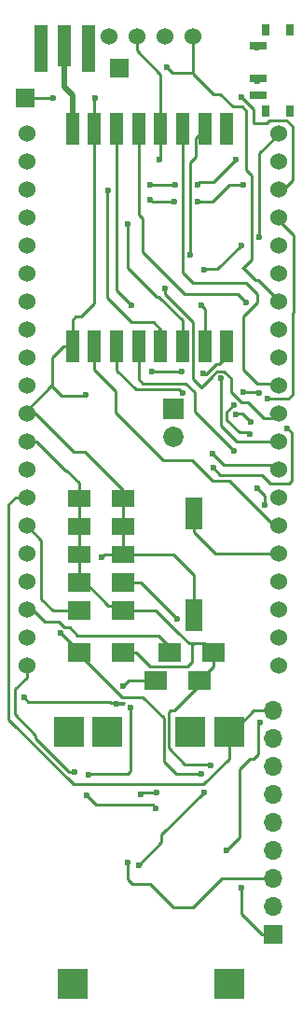
<source format=gbr>
G04 #@! TF.FileFunction,Copper,L2,Bot,Signal*
%FSLAX46Y46*%
G04 Gerber Fmt 4.6, Leading zero omitted, Abs format (unit mm)*
G04 Created by KiCad (PCBNEW 4.0.4-stable) date 06/30/17 00:29:43*
%MOMM*%
%LPD*%
G01*
G04 APERTURE LIST*
%ADD10C,0.100000*%
%ADD11R,1.270000X4.191000*%
%ADD12R,1.270000X3.683000*%
%ADD13R,2.000000X1.600000*%
%ADD14C,1.524000*%
%ADD15R,1.850000X1.850000*%
%ADD16C,1.850000*%
%ADD17R,2.000000X1.700000*%
%ADD18R,1.500000X0.700000*%
%ADD19R,0.800000X1.000000*%
%ADD20R,2.800000X2.800000*%
%ADD21R,1.200000X3.000000*%
%ADD22R,1.524000X3.000000*%
%ADD23R,1.700000X1.700000*%
%ADD24O,1.700000X1.700000*%
%ADD25C,0.600000*%
%ADD26C,0.250000*%
%ADD27C,0.500000*%
G04 APERTURE END LIST*
D10*
D11*
X56781700Y-49339500D03*
X61074300Y-49339500D03*
D12*
X58928000Y-49085500D03*
D13*
X60230000Y-90170000D03*
X64230000Y-90170000D03*
X60230000Y-95250000D03*
X64230000Y-95250000D03*
X60230000Y-92710000D03*
X64230000Y-92710000D03*
D14*
X62992000Y-48260000D03*
X65532000Y-48260000D03*
X68072000Y-48260000D03*
X70612000Y-48260000D03*
D15*
X68834000Y-82042000D03*
D16*
X68834000Y-84542000D03*
D17*
X64230000Y-100330000D03*
X60230000Y-100330000D03*
X60230000Y-97790000D03*
X64230000Y-97790000D03*
X71215000Y-106680000D03*
X67215000Y-106680000D03*
X64230000Y-104140000D03*
X60230000Y-104140000D03*
X72485000Y-104140000D03*
X68485000Y-104140000D03*
D18*
X76548000Y-49058000D03*
X76548000Y-52058000D03*
X76548000Y-53558000D03*
D19*
X79408000Y-47658000D03*
X79408000Y-54958000D03*
X77198000Y-54958000D03*
X77198000Y-47658000D03*
D14*
X55499000Y-57023000D03*
X55499000Y-59563000D03*
X55499000Y-62103000D03*
X55499000Y-64643000D03*
X55499000Y-67183000D03*
X55499000Y-69723000D03*
X55499000Y-72263000D03*
X55499000Y-74803000D03*
X55499000Y-77343000D03*
X55499000Y-79883000D03*
X55499000Y-82423000D03*
X55499000Y-84963000D03*
X55499000Y-87503000D03*
X55499000Y-90043000D03*
X55499000Y-92583000D03*
X55499000Y-95123000D03*
X55499000Y-97663000D03*
X55499000Y-100203000D03*
X55499000Y-102743000D03*
X55499000Y-105283000D03*
X78359000Y-57023000D03*
X78359000Y-59563000D03*
X78359000Y-62103000D03*
X78359000Y-64643000D03*
X78359000Y-67183000D03*
X78359000Y-69723000D03*
X78359000Y-72263000D03*
X78359000Y-74803000D03*
X78359000Y-77343000D03*
X78359000Y-79883000D03*
X78359000Y-82423000D03*
X78359000Y-84963000D03*
X78359000Y-87503000D03*
X78359000Y-90043000D03*
X78359000Y-92583000D03*
X78359000Y-95123000D03*
X78359000Y-97663000D03*
X78359000Y-100203000D03*
X78359000Y-102743000D03*
X78359000Y-105283000D03*
D20*
X62765000Y-111290000D03*
X70365000Y-111290000D03*
X59365000Y-111290000D03*
X73865000Y-111290000D03*
X59665000Y-134190000D03*
X73865000Y-134190000D03*
D21*
X73660000Y-76330000D03*
X71660000Y-76330000D03*
X69660000Y-76330000D03*
X67660000Y-76330000D03*
X65660000Y-76330000D03*
X63660000Y-76330000D03*
X61660000Y-76330000D03*
X59660000Y-76330000D03*
X59660000Y-56630000D03*
X61660000Y-56630000D03*
X63660000Y-56630000D03*
X65660000Y-56630000D03*
X67660000Y-56630000D03*
X69660000Y-56630000D03*
X71660000Y-56630000D03*
X73660000Y-56630000D03*
D22*
X70688200Y-91465400D03*
X70688200Y-100711000D03*
D23*
X77914500Y-129667000D03*
D24*
X77914500Y-127127000D03*
X77914500Y-124587000D03*
X77914500Y-122047000D03*
X77914500Y-119507000D03*
X77914500Y-116967000D03*
X77914500Y-114427000D03*
X77914500Y-111887000D03*
X77914500Y-109347000D03*
D23*
X63944500Y-51117500D03*
X55372000Y-53848000D03*
D25*
X71501000Y-78803500D03*
X69596000Y-78613000D03*
X66865500Y-78613000D03*
X60896500Y-80772000D03*
X62293500Y-95504000D03*
X65849500Y-116967000D03*
X67310000Y-116840000D03*
X61722000Y-53848000D03*
X72199500Y-114363500D03*
X67564000Y-59436000D03*
X57912000Y-53848000D03*
X68199000Y-50990500D03*
X76454000Y-49276000D03*
X60198000Y-100457000D03*
X65659000Y-123380500D03*
X71628000Y-116776500D03*
X69151500Y-101092000D03*
X64262000Y-107188000D03*
X63627000Y-108775500D03*
X55245000Y-108204000D03*
X67246500Y-106934000D03*
X58547000Y-102362000D03*
X71374000Y-115125500D03*
X67246500Y-118237000D03*
X60960000Y-117094000D03*
X61087000Y-115189000D03*
X64960500Y-109093000D03*
X68262500Y-104140000D03*
X76454000Y-52324000D03*
X76644500Y-66421000D03*
X74993500Y-67183000D03*
X71628000Y-69405500D03*
X71374000Y-72644000D03*
X75184000Y-61658500D03*
X70993000Y-63182500D03*
X68897500Y-63246000D03*
X66738500Y-63055500D03*
X64643000Y-65278000D03*
X74993500Y-53721000D03*
X74485500Y-59436000D03*
X70993000Y-61658500D03*
X68961000Y-61722000D03*
X66675000Y-61722000D03*
X62865000Y-62166500D03*
X77343000Y-81089500D03*
X75882500Y-83185000D03*
X74485500Y-82486500D03*
X74295000Y-85788500D03*
X79184500Y-83756500D03*
X72453500Y-87376000D03*
X69659500Y-80581500D03*
X70358000Y-68072000D03*
X68072000Y-71120000D03*
X73660000Y-57150000D03*
X73152000Y-79248000D03*
X72390000Y-86106000D03*
X65024000Y-72644000D03*
X75438000Y-72390000D03*
X76644500Y-80581500D03*
X75184000Y-80454500D03*
X74295000Y-81661000D03*
X75755500Y-84264500D03*
X76454000Y-89217500D03*
X77089000Y-90741500D03*
X76708000Y-110490000D03*
X73660000Y-122047000D03*
X74993500Y-125412500D03*
X64643000Y-123126500D03*
X59880500Y-114935000D03*
D26*
X73660000Y-76330000D02*
X73660000Y-77279500D01*
X73660000Y-77279500D02*
X72961500Y-77978000D01*
X72961500Y-77978000D02*
X72707500Y-77978000D01*
X72707500Y-77978000D02*
X71818500Y-78867000D01*
X71818500Y-78867000D02*
X71564500Y-78867000D01*
X71564500Y-78867000D02*
X71501000Y-78803500D01*
X69596000Y-78613000D02*
X66865500Y-78613000D01*
X60896500Y-80772000D02*
X60833000Y-80835500D01*
X60833000Y-80835500D02*
X58674000Y-80835500D01*
X58674000Y-80835500D02*
X57753250Y-79914750D01*
X64230000Y-95250000D02*
X62547500Y-95250000D01*
X62547500Y-95250000D02*
X62293500Y-95504000D01*
X65849500Y-116967000D02*
X65976500Y-116840000D01*
X65976500Y-116840000D02*
X67310000Y-116840000D01*
X64230000Y-95250000D02*
X68834000Y-95250000D01*
X70688200Y-97104200D02*
X70688200Y-100711000D01*
X68834000Y-95250000D02*
X70688200Y-97104200D01*
X64230000Y-92710000D02*
X64230000Y-95250000D01*
X64230000Y-90170000D02*
X64230000Y-92710000D01*
X64230000Y-90170000D02*
X64230000Y-89376000D01*
X64230000Y-89376000D02*
X60769500Y-85915500D01*
X60769500Y-85915500D02*
X59753500Y-85915500D01*
X59753500Y-85915500D02*
X56261000Y-82423000D01*
X56261000Y-82423000D02*
X55499000Y-82423000D01*
X55499000Y-82423000D02*
X55499000Y-82169000D01*
X55499000Y-82169000D02*
X57753250Y-79914750D01*
X57753250Y-79914750D02*
X57785000Y-79883000D01*
X57785000Y-79883000D02*
X57785000Y-77343000D01*
X57785000Y-77343000D02*
X58798000Y-76330000D01*
X58798000Y-76330000D02*
X59660000Y-76330000D01*
X61660000Y-56630000D02*
X61660000Y-72452000D01*
X59660000Y-73944000D02*
X59660000Y-76330000D01*
X59944000Y-73660000D02*
X59660000Y-73944000D01*
X60452000Y-73660000D02*
X59944000Y-73660000D01*
X61660000Y-72452000D02*
X60452000Y-73660000D01*
X61660000Y-53910000D02*
X61660000Y-56630000D01*
X61722000Y-53848000D02*
X61660000Y-53910000D01*
D27*
X59660000Y-56630000D02*
X59660000Y-53564000D01*
X58928000Y-52832000D02*
X58928000Y-49085500D01*
X59660000Y-53564000D02*
X58928000Y-52832000D01*
D26*
X71215000Y-106680000D02*
X71215000Y-107029500D01*
X71215000Y-107029500D02*
X68897500Y-109347000D01*
X72072500Y-114236500D02*
X72199500Y-114363500D01*
X69850000Y-114236500D02*
X72072500Y-114236500D01*
X68395002Y-112781502D02*
X69850000Y-114236500D01*
X68395002Y-109531998D02*
X68395002Y-112781502D01*
X68580000Y-109347000D02*
X68395002Y-109531998D01*
X68897500Y-109347000D02*
X68580000Y-109347000D01*
X64230000Y-104140000D02*
X65468500Y-104140000D01*
X70548500Y-103441500D02*
X70739000Y-103251000D01*
X70548500Y-104965500D02*
X70548500Y-103441500D01*
X70104000Y-105410000D02*
X70548500Y-104965500D01*
X66738500Y-105410000D02*
X70104000Y-105410000D01*
X65468500Y-104140000D02*
X66738500Y-105410000D01*
X60230000Y-97790000D02*
X60833000Y-97790000D01*
X60833000Y-97790000D02*
X62928500Y-99885500D01*
X62928500Y-99885500D02*
X63785500Y-99885500D01*
X63785500Y-99885500D02*
X64230000Y-100330000D01*
X72485000Y-104140000D02*
X72485000Y-105410000D01*
X72485000Y-105410000D02*
X71215000Y-106680000D01*
X64230000Y-100330000D02*
X67246500Y-100330000D01*
X71596000Y-103251000D02*
X72485000Y-104140000D01*
X70231000Y-103251000D02*
X70739000Y-103251000D01*
X70739000Y-103251000D02*
X71596000Y-103251000D01*
X69278500Y-102298500D02*
X70231000Y-103251000D01*
X69215000Y-102298500D02*
X69278500Y-102298500D01*
X67246500Y-100330000D02*
X69215000Y-102298500D01*
X55499000Y-84963000D02*
X56388000Y-84963000D01*
X60230000Y-88678000D02*
X60230000Y-90170000D01*
X59118500Y-87566500D02*
X60230000Y-88678000D01*
X58991500Y-87566500D02*
X59118500Y-87566500D01*
X56388000Y-84963000D02*
X58991500Y-87566500D01*
X60230000Y-95250000D02*
X60230000Y-97790000D01*
X60230000Y-92710000D02*
X60230000Y-95250000D01*
X60230000Y-90170000D02*
X60230000Y-92710000D01*
X67564000Y-59436000D02*
X67660000Y-59340000D01*
X67660000Y-59340000D02*
X67660000Y-56630000D01*
X65532000Y-48260000D02*
X65532000Y-49530000D01*
X67660000Y-51658000D02*
X67660000Y-56630000D01*
X65532000Y-49530000D02*
X67660000Y-51658000D01*
X55372000Y-53848000D02*
X57912000Y-53848000D01*
X70612000Y-51498500D02*
X68707000Y-51498500D01*
X68707000Y-51498500D02*
X68199000Y-50990500D01*
X75438000Y-60134500D02*
X75438000Y-60325000D01*
X70612000Y-51625500D02*
X72453500Y-53467000D01*
X72453500Y-53467000D02*
X73088500Y-53467000D01*
X73088500Y-53467000D02*
X74231500Y-54610000D01*
X74231500Y-54610000D02*
X75057000Y-54610000D01*
X75057000Y-54610000D02*
X75438000Y-54991000D01*
X75438000Y-54991000D02*
X75438000Y-60134500D01*
X70612000Y-48260000D02*
X70612000Y-51498500D01*
X70612000Y-51498500D02*
X70612000Y-51625500D01*
X75946000Y-68453000D02*
X75152250Y-69246750D01*
X75946000Y-60833000D02*
X75946000Y-68453000D01*
X75438000Y-60325000D02*
X75946000Y-60833000D01*
X76517500Y-70358000D02*
X78359000Y-72199500D01*
X76263500Y-70358000D02*
X76517500Y-70358000D01*
X75120500Y-69215000D02*
X75152250Y-69246750D01*
X75152250Y-69246750D02*
X76263500Y-70358000D01*
X78359000Y-72199500D02*
X78359000Y-72263000D01*
X76454000Y-49276000D02*
X76548000Y-49182000D01*
X76548000Y-49182000D02*
X76548000Y-49058000D01*
X60230000Y-100330000D02*
X57912000Y-100330000D01*
X56832500Y-93916500D02*
X55499000Y-92583000D01*
X56832500Y-99250500D02*
X56832500Y-93916500D01*
X57912000Y-100330000D02*
X56832500Y-99250500D01*
X60198000Y-100457000D02*
X60230000Y-100425000D01*
X60230000Y-100425000D02*
X60230000Y-100330000D01*
X64230000Y-97790000D02*
X65849500Y-97790000D01*
X67754500Y-121285000D02*
X65659000Y-123380500D01*
X67754500Y-120650000D02*
X67754500Y-121285000D01*
X71628000Y-116776500D02*
X67754500Y-120650000D01*
X65849500Y-97790000D02*
X69151500Y-101092000D01*
X64770000Y-106680000D02*
X67215000Y-106680000D01*
X64262000Y-107188000D02*
X64770000Y-106680000D01*
X64262000Y-108775500D02*
X63627000Y-108775500D01*
X64325500Y-108712000D02*
X64262000Y-108775500D01*
X63182500Y-108712000D02*
X64325500Y-108712000D01*
X63055500Y-108585000D02*
X63182500Y-108712000D01*
X55626000Y-108585000D02*
X63055500Y-108585000D01*
X55245000Y-108204000D02*
X55626000Y-108585000D01*
X67246500Y-106934000D02*
X67215000Y-106902500D01*
X67215000Y-106902500D02*
X67215000Y-106680000D01*
X60230000Y-104140000D02*
X60230000Y-104045000D01*
X60230000Y-104045000D02*
X58547000Y-102362000D01*
X60230000Y-104140000D02*
X60230000Y-104235500D01*
X60230000Y-104235500D02*
X64135000Y-108140500D01*
X64135000Y-108140500D02*
X66040000Y-108140500D01*
X66040000Y-108140500D02*
X67945000Y-110045500D01*
X67945000Y-110045500D02*
X67945000Y-113982500D01*
X67945000Y-113982500D02*
X69088000Y-115125500D01*
X69088000Y-115125500D02*
X71374000Y-115125500D01*
X55499000Y-100203000D02*
X56007000Y-100203000D01*
X56007000Y-100203000D02*
X57150000Y-101346000D01*
X57150000Y-101346000D02*
X58420000Y-101346000D01*
X58420000Y-101346000D02*
X58928000Y-101854000D01*
X58928000Y-101854000D02*
X59436000Y-101854000D01*
X59436000Y-101854000D02*
X60134500Y-102552500D01*
X60134500Y-102552500D02*
X67437000Y-102552500D01*
X67437000Y-102552500D02*
X68485000Y-103600500D01*
X68485000Y-103600500D02*
X68485000Y-104140000D01*
X67246500Y-118237000D02*
X66929000Y-117919500D01*
X66929000Y-117919500D02*
X61785500Y-117919500D01*
X61785500Y-117919500D02*
X60960000Y-117094000D01*
X61087000Y-115189000D02*
X61150500Y-115125500D01*
X61150500Y-115125500D02*
X64706500Y-115125500D01*
X64706500Y-115125500D02*
X64960500Y-114871500D01*
X64960500Y-114871500D02*
X64960500Y-109093000D01*
X68262500Y-104140000D02*
X68485000Y-104140000D01*
X76454000Y-52324000D02*
X76548000Y-52230000D01*
X76548000Y-52230000D02*
X76548000Y-52058000D01*
X73865000Y-111290000D02*
X74193500Y-111290000D01*
X74193500Y-111290000D02*
X76136500Y-109347000D01*
X76136500Y-109347000D02*
X77914500Y-109347000D01*
X73865000Y-111290000D02*
X73865000Y-113714000D01*
X54483000Y-90043000D02*
X55499000Y-90043000D01*
X53848000Y-90678000D02*
X54483000Y-90043000D01*
X53848000Y-110172500D02*
X53848000Y-90678000D01*
X59753500Y-116078000D02*
X53848000Y-110172500D01*
X71501000Y-116078000D02*
X59753500Y-116078000D01*
X73865000Y-113714000D02*
X71501000Y-116078000D01*
X78359000Y-57023000D02*
X78359000Y-57086500D01*
X78359000Y-57086500D02*
X76644500Y-58801000D01*
X76644500Y-58801000D02*
X76644500Y-66421000D01*
X74993500Y-67183000D02*
X72834500Y-69342000D01*
X72834500Y-69342000D02*
X71691500Y-69342000D01*
X71691500Y-69342000D02*
X71628000Y-69405500D01*
X71374000Y-72644000D02*
X71660000Y-72930000D01*
X71660000Y-72930000D02*
X71660000Y-76330000D01*
X69660000Y-76330000D02*
X69660000Y-73978000D01*
X73914000Y-61658500D02*
X75184000Y-61658500D01*
X72390000Y-63182500D02*
X73914000Y-61658500D01*
X70993000Y-63182500D02*
X72390000Y-63182500D01*
X66929000Y-63246000D02*
X68897500Y-63246000D01*
X66738500Y-63055500D02*
X66929000Y-63246000D01*
X64643000Y-69215000D02*
X64643000Y-65278000D01*
X67310000Y-71882000D02*
X64643000Y-69215000D01*
X67437000Y-71882000D02*
X67310000Y-71882000D01*
X67500500Y-71818500D02*
X67437000Y-71882000D01*
X69660000Y-73978000D02*
X67500500Y-71818500D01*
X67660000Y-76330000D02*
X67660000Y-74772000D01*
X79629000Y-61277500D02*
X78803500Y-62103000D01*
X79629000Y-56388000D02*
X79629000Y-61277500D01*
X79057500Y-55816500D02*
X79629000Y-56388000D01*
X77533500Y-55816500D02*
X79057500Y-55816500D01*
X77279500Y-56070500D02*
X77533500Y-55816500D01*
X76136500Y-56070500D02*
X77279500Y-56070500D01*
X76136500Y-54864000D02*
X76136500Y-56070500D01*
X74993500Y-53721000D02*
X76136500Y-54864000D01*
X72453500Y-61468000D02*
X74485500Y-59436000D01*
X71183500Y-61468000D02*
X72453500Y-61468000D01*
X70993000Y-61658500D02*
X71183500Y-61468000D01*
X66675000Y-61722000D02*
X68961000Y-61722000D01*
X62801500Y-62230000D02*
X62865000Y-62166500D01*
X62801500Y-71945500D02*
X62801500Y-62230000D01*
X65024000Y-74168000D02*
X62801500Y-71945500D01*
X67056000Y-74168000D02*
X65024000Y-74168000D01*
X67660000Y-74772000D02*
X67056000Y-74168000D01*
X78803500Y-62103000D02*
X78359000Y-62103000D01*
X78359000Y-64643000D02*
X78359000Y-64897000D01*
X78359000Y-64897000D02*
X79756000Y-66294000D01*
X79756000Y-66294000D02*
X79756000Y-73215500D01*
X79756000Y-73215500D02*
X79629000Y-73342500D01*
X79629000Y-73342500D02*
X79629000Y-80708500D01*
X79629000Y-80708500D02*
X79248000Y-81089500D01*
X79248000Y-81089500D02*
X77343000Y-81089500D01*
X75882500Y-83185000D02*
X75120500Y-82423000D01*
X75120500Y-82423000D02*
X74549000Y-82423000D01*
X74549000Y-82423000D02*
X74485500Y-82486500D01*
X74295000Y-85788500D02*
X74104500Y-85598000D01*
X74104500Y-85598000D02*
X70739000Y-82232500D01*
X70739000Y-82232500D02*
X70739000Y-80518000D01*
X70739000Y-80518000D02*
X69913500Y-79692500D01*
X69913500Y-79692500D02*
X66040000Y-79692500D01*
X66040000Y-79692500D02*
X65660000Y-79312500D01*
X65660000Y-79312500D02*
X65660000Y-76330000D01*
X63660000Y-76330000D02*
X63660000Y-78519000D01*
X79565500Y-84137500D02*
X79184500Y-83756500D01*
X79565500Y-88519000D02*
X79565500Y-84137500D01*
X79311500Y-88773000D02*
X79565500Y-88519000D01*
X77660500Y-88773000D02*
X79311500Y-88773000D01*
X76898500Y-88011000D02*
X77660500Y-88773000D01*
X73088500Y-88011000D02*
X76898500Y-88011000D01*
X72453500Y-87376000D02*
X73088500Y-88011000D01*
X69342000Y-80264000D02*
X69659500Y-80581500D01*
X65405000Y-80264000D02*
X69342000Y-80264000D01*
X63660000Y-78519000D02*
X65405000Y-80264000D01*
X69660000Y-56630000D02*
X69660000Y-69660000D01*
X76454000Y-79756000D02*
X78232000Y-79756000D01*
X75184000Y-78486000D02*
X76454000Y-79756000D01*
X75184000Y-73660000D02*
X75184000Y-78486000D01*
X76454000Y-72390000D02*
X75184000Y-73660000D01*
X76454000Y-71628000D02*
X76454000Y-72390000D01*
X75438000Y-70612000D02*
X76454000Y-71628000D01*
X70612000Y-70612000D02*
X75438000Y-70612000D01*
X69660000Y-69660000D02*
X70612000Y-70612000D01*
X78232000Y-79756000D02*
X78359000Y-79883000D01*
X70612000Y-78486000D02*
X70612000Y-79311500D01*
X71660000Y-56630000D02*
X70866000Y-57424000D01*
X70866000Y-59182000D02*
X70866000Y-57424000D01*
X70358000Y-59690000D02*
X70866000Y-59182000D01*
X70358000Y-68072000D02*
X70358000Y-59690000D01*
X68072000Y-71628000D02*
X68072000Y-71120000D01*
X70104000Y-73660000D02*
X68072000Y-71628000D01*
X70612000Y-74168000D02*
X70104000Y-73660000D01*
X70612000Y-78486000D02*
X70612000Y-74168000D01*
X77025500Y-82867500D02*
X77914500Y-82867500D01*
X75565000Y-81407000D02*
X77025500Y-82867500D01*
X74993500Y-81407000D02*
X75565000Y-81407000D01*
X74041000Y-80454500D02*
X74993500Y-81407000D01*
X74041000Y-79248000D02*
X74041000Y-80454500D01*
X73406000Y-78613000D02*
X74041000Y-79248000D01*
X72771000Y-78613000D02*
X73406000Y-78613000D01*
X72390000Y-78994000D02*
X72771000Y-78613000D01*
X72390000Y-79057500D02*
X72390000Y-78994000D01*
X71374000Y-80073500D02*
X72390000Y-79057500D01*
X70612000Y-79311500D02*
X71374000Y-80073500D01*
X77914500Y-82867500D02*
X78359000Y-82423000D01*
X78359000Y-82423000D02*
X77597000Y-82423000D01*
X78359000Y-84963000D02*
X74549000Y-84963000D01*
X73660000Y-57150000D02*
X73660000Y-56630000D01*
X73152000Y-83566000D02*
X73152000Y-79248000D01*
X74549000Y-84963000D02*
X73152000Y-83566000D01*
X63660000Y-56630000D02*
X63660000Y-71280000D01*
X73406000Y-87122000D02*
X77978000Y-87122000D01*
X72390000Y-86106000D02*
X73406000Y-87122000D01*
X63660000Y-71280000D02*
X65024000Y-72644000D01*
X77978000Y-87122000D02*
X78359000Y-87503000D01*
X65660000Y-56630000D02*
X65660000Y-64390000D01*
X74676000Y-71628000D02*
X75438000Y-72390000D01*
X69850000Y-71628000D02*
X74676000Y-71628000D01*
X66040000Y-67818000D02*
X69850000Y-71628000D01*
X66040000Y-64770000D02*
X66040000Y-67818000D01*
X65660000Y-64390000D02*
X66040000Y-64770000D01*
X78359000Y-92583000D02*
X77978000Y-92583000D01*
X77978000Y-92583000D02*
X73914000Y-88519000D01*
X73914000Y-88519000D02*
X72390000Y-88519000D01*
X72390000Y-88519000D02*
X70548500Y-86677500D01*
X70548500Y-86677500D02*
X67881500Y-86677500D01*
X67881500Y-86677500D02*
X63563500Y-82359500D01*
X63563500Y-82359500D02*
X63563500Y-80391000D01*
X63563500Y-80391000D02*
X61660000Y-78487500D01*
X61660000Y-78487500D02*
X61660000Y-76330000D01*
X70688200Y-91465400D02*
X70688200Y-93167200D01*
X72644000Y-95123000D02*
X78359000Y-95123000D01*
X70688200Y-93167200D02*
X72644000Y-95123000D01*
X76644500Y-80581500D02*
X76517500Y-80454500D01*
X76517500Y-80454500D02*
X75184000Y-80454500D01*
X74295000Y-81661000D02*
X73660000Y-82296000D01*
X73660000Y-82296000D02*
X73660000Y-82994500D01*
X73660000Y-82994500D02*
X74803000Y-84137500D01*
X74803000Y-84137500D02*
X75628500Y-84137500D01*
X75628500Y-84137500D02*
X75755500Y-84264500D01*
X76454000Y-89217500D02*
X77089000Y-89852500D01*
X77089000Y-89852500D02*
X77089000Y-90741500D01*
X77914500Y-129667000D02*
X76835000Y-129667000D01*
X76517500Y-110680500D02*
X76708000Y-110490000D01*
X76517500Y-113347500D02*
X76517500Y-110680500D01*
X76073000Y-113792000D02*
X76517500Y-113347500D01*
X75755500Y-113792000D02*
X76073000Y-113792000D01*
X74866500Y-114681000D02*
X75755500Y-113792000D01*
X74866500Y-120840500D02*
X74866500Y-114681000D01*
X73660000Y-122047000D02*
X74866500Y-120840500D01*
X74993500Y-127825500D02*
X74993500Y-125412500D01*
X76835000Y-129667000D02*
X74993500Y-127825500D01*
X55499000Y-105283000D02*
X55499000Y-106362500D01*
X73215500Y-124587000D02*
X77914500Y-124587000D01*
X70612000Y-127190500D02*
X73215500Y-124587000D01*
X68834000Y-127190500D02*
X70612000Y-127190500D01*
X66738500Y-125095000D02*
X68834000Y-127190500D01*
X65087500Y-125095000D02*
X66738500Y-125095000D01*
X64643000Y-124650500D02*
X65087500Y-125095000D01*
X64643000Y-123126500D02*
X64643000Y-124650500D01*
X59372500Y-114935000D02*
X59880500Y-114935000D01*
X56324500Y-111887000D02*
X59372500Y-114935000D01*
X56324500Y-111633000D02*
X56324500Y-111887000D01*
X54419500Y-109728000D02*
X56324500Y-111633000D01*
X54419500Y-107442000D02*
X54419500Y-109728000D01*
X55499000Y-106362500D02*
X54419500Y-107442000D01*
M02*

</source>
